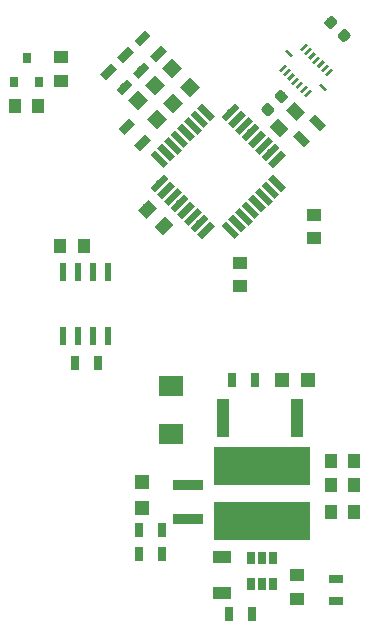
<source format=gtp>
G04 #@! TF.GenerationSoftware,KiCad,Pcbnew,5.0.1-33cea8e~68~ubuntu18.04.1*
G04 #@! TF.CreationDate,2019-02-12T00:11:03-05:00*
G04 #@! TF.ProjectId,IMU,494D552E6B696361645F706362000000,rev?*
G04 #@! TF.SameCoordinates,Original*
G04 #@! TF.FileFunction,Paste,Top*
G04 #@! TF.FilePolarity,Positive*
%FSLAX46Y46*%
G04 Gerber Fmt 4.6, Leading zero omitted, Abs format (unit mm)*
G04 Created by KiCad (PCBNEW 5.0.1-33cea8e~68~ubuntu18.04.1) date Tue 12 Feb 2019 12:11:03 AM EST*
%MOMM*%
%LPD*%
G01*
G04 APERTURE LIST*
%ADD10C,0.700000*%
%ADD11C,0.100000*%
%ADD12R,0.700000X1.300000*%
%ADD13R,8.200000X3.300000*%
%ADD14R,2.500000X0.900000*%
%ADD15R,1.200000X1.200000*%
%ADD16R,1.000000X3.200000*%
%ADD17R,1.000000X1.250000*%
%ADD18R,0.650000X1.060000*%
%ADD19R,1.600000X1.000000*%
%ADD20R,1.300000X0.700000*%
%ADD21R,1.250000X1.000000*%
%ADD22R,2.159000X1.778000*%
%ADD23C,1.000000*%
%ADD24C,0.875000*%
%ADD25C,1.200000*%
%ADD26R,0.600000X1.550000*%
%ADD27C,0.550000*%
%ADD28R,0.800000X0.900000*%
%ADD29C,0.250000*%
G04 APERTURE END LIST*
D10*
G04 #@! TO.C,R1*
X156517498Y-82709862D03*
D11*
G36*
X156305366Y-82002755D02*
X157224605Y-82921994D01*
X156729630Y-83416969D01*
X155810391Y-82497730D01*
X156305366Y-82002755D01*
X156305366Y-82002755D01*
G37*
D10*
X157861000Y-81366360D03*
D11*
G36*
X157648868Y-80659253D02*
X158568107Y-81578492D01*
X158073132Y-82073467D01*
X157153893Y-81154228D01*
X157648868Y-80659253D01*
X157648868Y-80659253D01*
G37*
G04 #@! TD*
D12*
G04 #@! TO.C,R2*
X144698560Y-115845880D03*
X142798560Y-115845880D03*
G04 #@! TD*
D13*
G04 #@! TO.C,L1*
X153210060Y-115084380D03*
X153210060Y-110384380D03*
G04 #@! TD*
D14*
G04 #@! TO.C,F1*
X146904060Y-111988380D03*
X146904060Y-114888380D03*
G04 #@! TD*
D15*
G04 #@! TO.C,D2*
X154924560Y-103145880D03*
X157124560Y-103145880D03*
G04 #@! TD*
D16*
G04 #@! TO.C,R9*
X149919560Y-106320880D03*
X156119560Y-106320880D03*
G04 #@! TD*
D17*
G04 #@! TO.C,C7*
X159004560Y-110003880D03*
X161004560Y-110003880D03*
G04 #@! TD*
D18*
G04 #@! TO.C,U2*
X154134660Y-118238380D03*
X153184660Y-118238380D03*
X152234660Y-118238380D03*
X152234660Y-120438380D03*
X154134660Y-120438380D03*
X153184660Y-120438380D03*
G04 #@! TD*
D19*
G04 #@! TO.C,C3*
X149844560Y-118155880D03*
X149844560Y-121155880D03*
G04 #@! TD*
D12*
G04 #@! TO.C,R12*
X150672560Y-103145880D03*
X152572560Y-103145880D03*
G04 #@! TD*
G04 #@! TO.C,R4*
X152318560Y-122957880D03*
X150418560Y-122957880D03*
G04 #@! TD*
D20*
G04 #@! TO.C,R5*
X159496560Y-121875880D03*
X159496560Y-119975880D03*
G04 #@! TD*
D17*
G04 #@! TO.C,C12*
X159004560Y-114321880D03*
X161004560Y-114321880D03*
G04 #@! TD*
G04 #@! TO.C,C11*
X159004560Y-112035880D03*
X161004560Y-112035880D03*
G04 #@! TD*
D21*
G04 #@! TO.C,C5*
X156194560Y-121671880D03*
X156194560Y-119671880D03*
G04 #@! TD*
D15*
G04 #@! TO.C,D1*
X143047720Y-113975240D03*
X143047720Y-111775240D03*
G04 #@! TD*
D22*
G04 #@! TO.C,D7*
X145526560Y-103653880D03*
X145526560Y-107717880D03*
G04 #@! TD*
D12*
G04 #@! TO.C,R3*
X144698560Y-117877880D03*
X142798560Y-117877880D03*
G04 #@! TD*
D23*
G04 #@! TO.C,C1*
X144882587Y-90079547D03*
D11*
G36*
X144087092Y-90167935D02*
X144970975Y-89284052D01*
X145678082Y-89991159D01*
X144794199Y-90875042D01*
X144087092Y-90167935D01*
X144087092Y-90167935D01*
G37*
D23*
X143468373Y-88665333D03*
D11*
G36*
X142672878Y-88753721D02*
X143556761Y-87869838D01*
X144263868Y-88576945D01*
X143379985Y-89460828D01*
X142672878Y-88753721D01*
X142672878Y-88753721D01*
G37*
G04 #@! TD*
D23*
G04 #@! TO.C,C2*
X154605286Y-81782354D03*
D11*
G36*
X154693674Y-82577849D02*
X153809791Y-81693966D01*
X154516898Y-80986859D01*
X155400781Y-81870742D01*
X154693674Y-82577849D01*
X154693674Y-82577849D01*
G37*
D23*
X156019500Y-80368140D03*
D11*
G36*
X156107888Y-81163635D02*
X155224005Y-80279752D01*
X155931112Y-79572645D01*
X156814995Y-80456528D01*
X156107888Y-81163635D01*
X156107888Y-81163635D01*
G37*
G04 #@! TD*
D17*
G04 #@! TO.C,C4*
X136078720Y-91790520D03*
X138078720Y-91790520D03*
G04 #@! TD*
D21*
G04 #@! TO.C,C6*
X157586680Y-91124280D03*
X157586680Y-89124280D03*
G04 #@! TD*
G04 #@! TO.C,C8*
X151312880Y-95213680D03*
X151312880Y-93213680D03*
G04 #@! TD*
D17*
G04 #@! TO.C,C9*
X132253363Y-79930457D03*
X134253363Y-79930457D03*
G04 #@! TD*
D21*
G04 #@! TO.C,C10*
X136138803Y-77825817D03*
X136138803Y-75825817D03*
G04 #@! TD*
D11*
G04 #@! TO.C,C13*
G36*
X159069151Y-72300660D02*
X159090386Y-72303810D01*
X159111210Y-72309026D01*
X159131422Y-72316258D01*
X159150828Y-72325437D01*
X159169241Y-72336473D01*
X159186484Y-72349261D01*
X159202390Y-72363677D01*
X159511749Y-72673036D01*
X159526165Y-72688942D01*
X159538953Y-72706185D01*
X159549989Y-72724598D01*
X159559168Y-72744004D01*
X159566400Y-72764216D01*
X159571616Y-72785040D01*
X159574766Y-72806275D01*
X159575819Y-72827716D01*
X159574766Y-72849157D01*
X159571616Y-72870392D01*
X159566400Y-72891216D01*
X159559168Y-72911428D01*
X159549989Y-72930834D01*
X159538953Y-72949247D01*
X159526165Y-72966490D01*
X159511749Y-72982396D01*
X159149356Y-73344789D01*
X159133450Y-73359205D01*
X159116207Y-73371993D01*
X159097794Y-73383029D01*
X159078388Y-73392208D01*
X159058176Y-73399440D01*
X159037352Y-73404656D01*
X159016117Y-73407806D01*
X158994676Y-73408859D01*
X158973235Y-73407806D01*
X158952000Y-73404656D01*
X158931176Y-73399440D01*
X158910964Y-73392208D01*
X158891558Y-73383029D01*
X158873145Y-73371993D01*
X158855902Y-73359205D01*
X158839996Y-73344789D01*
X158530637Y-73035430D01*
X158516221Y-73019524D01*
X158503433Y-73002281D01*
X158492397Y-72983868D01*
X158483218Y-72964462D01*
X158475986Y-72944250D01*
X158470770Y-72923426D01*
X158467620Y-72902191D01*
X158466567Y-72880750D01*
X158467620Y-72859309D01*
X158470770Y-72838074D01*
X158475986Y-72817250D01*
X158483218Y-72797038D01*
X158492397Y-72777632D01*
X158503433Y-72759219D01*
X158516221Y-72741976D01*
X158530637Y-72726070D01*
X158893030Y-72363677D01*
X158908936Y-72349261D01*
X158926179Y-72336473D01*
X158944592Y-72325437D01*
X158963998Y-72316258D01*
X158984210Y-72309026D01*
X159005034Y-72303810D01*
X159026269Y-72300660D01*
X159047710Y-72299607D01*
X159069151Y-72300660D01*
X159069151Y-72300660D01*
G37*
D24*
X159021193Y-72854233D03*
D11*
G36*
X160182845Y-73414354D02*
X160204080Y-73417504D01*
X160224904Y-73422720D01*
X160245116Y-73429952D01*
X160264522Y-73439131D01*
X160282935Y-73450167D01*
X160300178Y-73462955D01*
X160316084Y-73477371D01*
X160625443Y-73786730D01*
X160639859Y-73802636D01*
X160652647Y-73819879D01*
X160663683Y-73838292D01*
X160672862Y-73857698D01*
X160680094Y-73877910D01*
X160685310Y-73898734D01*
X160688460Y-73919969D01*
X160689513Y-73941410D01*
X160688460Y-73962851D01*
X160685310Y-73984086D01*
X160680094Y-74004910D01*
X160672862Y-74025122D01*
X160663683Y-74044528D01*
X160652647Y-74062941D01*
X160639859Y-74080184D01*
X160625443Y-74096090D01*
X160263050Y-74458483D01*
X160247144Y-74472899D01*
X160229901Y-74485687D01*
X160211488Y-74496723D01*
X160192082Y-74505902D01*
X160171870Y-74513134D01*
X160151046Y-74518350D01*
X160129811Y-74521500D01*
X160108370Y-74522553D01*
X160086929Y-74521500D01*
X160065694Y-74518350D01*
X160044870Y-74513134D01*
X160024658Y-74505902D01*
X160005252Y-74496723D01*
X159986839Y-74485687D01*
X159969596Y-74472899D01*
X159953690Y-74458483D01*
X159644331Y-74149124D01*
X159629915Y-74133218D01*
X159617127Y-74115975D01*
X159606091Y-74097562D01*
X159596912Y-74078156D01*
X159589680Y-74057944D01*
X159584464Y-74037120D01*
X159581314Y-74015885D01*
X159580261Y-73994444D01*
X159581314Y-73973003D01*
X159584464Y-73951768D01*
X159589680Y-73930944D01*
X159596912Y-73910732D01*
X159606091Y-73891326D01*
X159617127Y-73872913D01*
X159629915Y-73855670D01*
X159644331Y-73839764D01*
X160006724Y-73477371D01*
X160022630Y-73462955D01*
X160039873Y-73450167D01*
X160058286Y-73439131D01*
X160077692Y-73429952D01*
X160097904Y-73422720D01*
X160118728Y-73417504D01*
X160139963Y-73414354D01*
X160161404Y-73413301D01*
X160182845Y-73414354D01*
X160182845Y-73414354D01*
G37*
D24*
X160134887Y-73967927D03*
G04 #@! TD*
D11*
G04 #@! TO.C,C14*
G36*
X154805384Y-78567427D02*
X154826619Y-78570577D01*
X154847443Y-78575793D01*
X154867655Y-78583025D01*
X154887061Y-78592204D01*
X154905474Y-78603240D01*
X154922717Y-78616028D01*
X154938623Y-78630444D01*
X155301016Y-78992837D01*
X155315432Y-79008743D01*
X155328220Y-79025986D01*
X155339256Y-79044399D01*
X155348435Y-79063805D01*
X155355667Y-79084017D01*
X155360883Y-79104841D01*
X155364033Y-79126076D01*
X155365086Y-79147517D01*
X155364033Y-79168958D01*
X155360883Y-79190193D01*
X155355667Y-79211017D01*
X155348435Y-79231229D01*
X155339256Y-79250635D01*
X155328220Y-79269048D01*
X155315432Y-79286291D01*
X155301016Y-79302197D01*
X154991657Y-79611556D01*
X154975751Y-79625972D01*
X154958508Y-79638760D01*
X154940095Y-79649796D01*
X154920689Y-79658975D01*
X154900477Y-79666207D01*
X154879653Y-79671423D01*
X154858418Y-79674573D01*
X154836977Y-79675626D01*
X154815536Y-79674573D01*
X154794301Y-79671423D01*
X154773477Y-79666207D01*
X154753265Y-79658975D01*
X154733859Y-79649796D01*
X154715446Y-79638760D01*
X154698203Y-79625972D01*
X154682297Y-79611556D01*
X154319904Y-79249163D01*
X154305488Y-79233257D01*
X154292700Y-79216014D01*
X154281664Y-79197601D01*
X154272485Y-79178195D01*
X154265253Y-79157983D01*
X154260037Y-79137159D01*
X154256887Y-79115924D01*
X154255834Y-79094483D01*
X154256887Y-79073042D01*
X154260037Y-79051807D01*
X154265253Y-79030983D01*
X154272485Y-79010771D01*
X154281664Y-78991365D01*
X154292700Y-78972952D01*
X154305488Y-78955709D01*
X154319904Y-78939803D01*
X154629263Y-78630444D01*
X154645169Y-78616028D01*
X154662412Y-78603240D01*
X154680825Y-78592204D01*
X154700231Y-78583025D01*
X154720443Y-78575793D01*
X154741267Y-78570577D01*
X154762502Y-78567427D01*
X154783943Y-78566374D01*
X154805384Y-78567427D01*
X154805384Y-78567427D01*
G37*
D24*
X154810460Y-79121000D03*
D11*
G36*
X153691690Y-79681121D02*
X153712925Y-79684271D01*
X153733749Y-79689487D01*
X153753961Y-79696719D01*
X153773367Y-79705898D01*
X153791780Y-79716934D01*
X153809023Y-79729722D01*
X153824929Y-79744138D01*
X154187322Y-80106531D01*
X154201738Y-80122437D01*
X154214526Y-80139680D01*
X154225562Y-80158093D01*
X154234741Y-80177499D01*
X154241973Y-80197711D01*
X154247189Y-80218535D01*
X154250339Y-80239770D01*
X154251392Y-80261211D01*
X154250339Y-80282652D01*
X154247189Y-80303887D01*
X154241973Y-80324711D01*
X154234741Y-80344923D01*
X154225562Y-80364329D01*
X154214526Y-80382742D01*
X154201738Y-80399985D01*
X154187322Y-80415891D01*
X153877963Y-80725250D01*
X153862057Y-80739666D01*
X153844814Y-80752454D01*
X153826401Y-80763490D01*
X153806995Y-80772669D01*
X153786783Y-80779901D01*
X153765959Y-80785117D01*
X153744724Y-80788267D01*
X153723283Y-80789320D01*
X153701842Y-80788267D01*
X153680607Y-80785117D01*
X153659783Y-80779901D01*
X153639571Y-80772669D01*
X153620165Y-80763490D01*
X153601752Y-80752454D01*
X153584509Y-80739666D01*
X153568603Y-80725250D01*
X153206210Y-80362857D01*
X153191794Y-80346951D01*
X153179006Y-80329708D01*
X153167970Y-80311295D01*
X153158791Y-80291889D01*
X153151559Y-80271677D01*
X153146343Y-80250853D01*
X153143193Y-80229618D01*
X153142140Y-80208177D01*
X153143193Y-80186736D01*
X153146343Y-80165501D01*
X153151559Y-80144677D01*
X153158791Y-80124465D01*
X153167970Y-80105059D01*
X153179006Y-80086646D01*
X153191794Y-80069403D01*
X153206210Y-80053497D01*
X153515569Y-79744138D01*
X153531475Y-79729722D01*
X153548718Y-79716934D01*
X153567131Y-79705898D01*
X153586537Y-79696719D01*
X153606749Y-79689487D01*
X153627573Y-79684271D01*
X153648808Y-79681121D01*
X153670249Y-79680068D01*
X153691690Y-79681121D01*
X153691690Y-79681121D01*
G37*
D24*
X153696766Y-80234694D03*
G04 #@! TD*
D25*
G04 #@! TO.C,D3*
X145549043Y-76755683D03*
D11*
G36*
X146397571Y-76755683D02*
X145549043Y-77604211D01*
X144700515Y-76755683D01*
X145549043Y-75907155D01*
X146397571Y-76755683D01*
X146397571Y-76755683D01*
G37*
D25*
X147104677Y-78311317D03*
D11*
G36*
X147953205Y-78311317D02*
X147104677Y-79159845D01*
X146256149Y-78311317D01*
X147104677Y-77462789D01*
X147953205Y-78311317D01*
X147953205Y-78311317D01*
G37*
G04 #@! TD*
D25*
G04 #@! TO.C,D4*
X145677774Y-79673334D03*
D11*
G36*
X146526302Y-79673334D02*
X145677774Y-80521862D01*
X144829246Y-79673334D01*
X145677774Y-78824806D01*
X146526302Y-79673334D01*
X146526302Y-79673334D01*
G37*
D25*
X144122140Y-78117700D03*
D11*
G36*
X144970668Y-78117700D02*
X144122140Y-78966228D01*
X143273612Y-78117700D01*
X144122140Y-77269172D01*
X144970668Y-78117700D01*
X144970668Y-78117700D01*
G37*
G04 #@! TD*
D25*
G04 #@! TO.C,D5*
X142723986Y-79465286D03*
D11*
G36*
X143572514Y-79465286D02*
X142723986Y-80313814D01*
X141875458Y-79465286D01*
X142723986Y-78616758D01*
X143572514Y-79465286D01*
X143572514Y-79465286D01*
G37*
D25*
X144279620Y-81020920D03*
D11*
G36*
X145128148Y-81020920D02*
X144279620Y-81869448D01*
X143431092Y-81020920D01*
X144279620Y-80172392D01*
X145128148Y-81020920D01*
X145128148Y-81020920D01*
G37*
G04 #@! TD*
D12*
G04 #@! TO.C,R7*
X139288560Y-101716840D03*
X137388560Y-101716840D03*
G04 #@! TD*
D10*
G04 #@! TO.C,R8*
X141756209Y-81664889D03*
D11*
G36*
X141049102Y-81877021D02*
X141968341Y-80957782D01*
X142463316Y-81452757D01*
X141544077Y-82371996D01*
X141049102Y-81877021D01*
X141049102Y-81877021D01*
G37*
D10*
X143099711Y-83008391D03*
D11*
G36*
X142392604Y-83220523D02*
X143311843Y-82301284D01*
X143806818Y-82796259D01*
X142887579Y-83715498D01*
X142392604Y-83220523D01*
X142392604Y-83220523D01*
G37*
G04 #@! TD*
D26*
G04 #@! TO.C,U1*
X140167360Y-94007960D03*
X138897360Y-94007960D03*
X137627360Y-94007960D03*
X136357360Y-94007960D03*
X136357360Y-99407960D03*
X137627360Y-99407960D03*
X138897360Y-99407960D03*
X140167360Y-99407960D03*
G04 #@! TD*
D27*
G04 #@! TO.C,U5*
X144494434Y-84423225D03*
D11*
G36*
X145254574Y-84794456D02*
X144865665Y-85183365D01*
X143734294Y-84051994D01*
X144123203Y-83663085D01*
X145254574Y-84794456D01*
X145254574Y-84794456D01*
G37*
D27*
X145060120Y-83857540D03*
D11*
G36*
X145820260Y-84228771D02*
X145431351Y-84617680D01*
X144299980Y-83486309D01*
X144688889Y-83097400D01*
X145820260Y-84228771D01*
X145820260Y-84228771D01*
G37*
D27*
X145625805Y-83291854D03*
D11*
G36*
X146385945Y-83663085D02*
X145997036Y-84051994D01*
X144865665Y-82920623D01*
X145254574Y-82531714D01*
X146385945Y-83663085D01*
X146385945Y-83663085D01*
G37*
D27*
X146191490Y-82726169D03*
D11*
G36*
X146951630Y-83097400D02*
X146562721Y-83486309D01*
X145431350Y-82354938D01*
X145820259Y-81966029D01*
X146951630Y-83097400D01*
X146951630Y-83097400D01*
G37*
D27*
X146757176Y-82160483D03*
D11*
G36*
X147517316Y-82531714D02*
X147128407Y-82920623D01*
X145997036Y-81789252D01*
X146385945Y-81400343D01*
X147517316Y-82531714D01*
X147517316Y-82531714D01*
G37*
D27*
X147322861Y-81594798D03*
D11*
G36*
X148083001Y-81966029D02*
X147694092Y-82354938D01*
X146562721Y-81223567D01*
X146951630Y-80834658D01*
X148083001Y-81966029D01*
X148083001Y-81966029D01*
G37*
D27*
X147888547Y-81029113D03*
D11*
G36*
X148648687Y-81400344D02*
X148259778Y-81789253D01*
X147128407Y-80657882D01*
X147517316Y-80268973D01*
X148648687Y-81400344D01*
X148648687Y-81400344D01*
G37*
D27*
X148454232Y-80463427D03*
D11*
G36*
X149214372Y-80834658D02*
X148825463Y-81223567D01*
X147694092Y-80092196D01*
X148083001Y-79703287D01*
X149214372Y-80834658D01*
X149214372Y-80834658D01*
G37*
D27*
X150504842Y-80463427D03*
D11*
G36*
X150133611Y-81223567D02*
X149744702Y-80834658D01*
X150876073Y-79703287D01*
X151264982Y-80092196D01*
X150133611Y-81223567D01*
X150133611Y-81223567D01*
G37*
D27*
X151070527Y-81029113D03*
D11*
G36*
X150699296Y-81789253D02*
X150310387Y-81400344D01*
X151441758Y-80268973D01*
X151830667Y-80657882D01*
X150699296Y-81789253D01*
X150699296Y-81789253D01*
G37*
D27*
X151636213Y-81594798D03*
D11*
G36*
X151264982Y-82354938D02*
X150876073Y-81966029D01*
X152007444Y-80834658D01*
X152396353Y-81223567D01*
X151264982Y-82354938D01*
X151264982Y-82354938D01*
G37*
D27*
X152201898Y-82160483D03*
D11*
G36*
X151830667Y-82920623D02*
X151441758Y-82531714D01*
X152573129Y-81400343D01*
X152962038Y-81789252D01*
X151830667Y-82920623D01*
X151830667Y-82920623D01*
G37*
D27*
X152767584Y-82726169D03*
D11*
G36*
X152396353Y-83486309D02*
X152007444Y-83097400D01*
X153138815Y-81966029D01*
X153527724Y-82354938D01*
X152396353Y-83486309D01*
X152396353Y-83486309D01*
G37*
D27*
X153333269Y-83291854D03*
D11*
G36*
X152962038Y-84051994D02*
X152573129Y-83663085D01*
X153704500Y-82531714D01*
X154093409Y-82920623D01*
X152962038Y-84051994D01*
X152962038Y-84051994D01*
G37*
D27*
X153898954Y-83857540D03*
D11*
G36*
X153527723Y-84617680D02*
X153138814Y-84228771D01*
X154270185Y-83097400D01*
X154659094Y-83486309D01*
X153527723Y-84617680D01*
X153527723Y-84617680D01*
G37*
D27*
X154464640Y-84423225D03*
D11*
G36*
X154093409Y-85183365D02*
X153704500Y-84794456D01*
X154835871Y-83663085D01*
X155224780Y-84051994D01*
X154093409Y-85183365D01*
X154093409Y-85183365D01*
G37*
D27*
X154464640Y-86473835D03*
D11*
G36*
X155224780Y-86845066D02*
X154835871Y-87233975D01*
X153704500Y-86102604D01*
X154093409Y-85713695D01*
X155224780Y-86845066D01*
X155224780Y-86845066D01*
G37*
D27*
X153898954Y-87039520D03*
D11*
G36*
X154659094Y-87410751D02*
X154270185Y-87799660D01*
X153138814Y-86668289D01*
X153527723Y-86279380D01*
X154659094Y-87410751D01*
X154659094Y-87410751D01*
G37*
D27*
X153333269Y-87605206D03*
D11*
G36*
X154093409Y-87976437D02*
X153704500Y-88365346D01*
X152573129Y-87233975D01*
X152962038Y-86845066D01*
X154093409Y-87976437D01*
X154093409Y-87976437D01*
G37*
D27*
X152767584Y-88170891D03*
D11*
G36*
X153527724Y-88542122D02*
X153138815Y-88931031D01*
X152007444Y-87799660D01*
X152396353Y-87410751D01*
X153527724Y-88542122D01*
X153527724Y-88542122D01*
G37*
D27*
X152201898Y-88736577D03*
D11*
G36*
X152962038Y-89107808D02*
X152573129Y-89496717D01*
X151441758Y-88365346D01*
X151830667Y-87976437D01*
X152962038Y-89107808D01*
X152962038Y-89107808D01*
G37*
D27*
X151636213Y-89302262D03*
D11*
G36*
X152396353Y-89673493D02*
X152007444Y-90062402D01*
X150876073Y-88931031D01*
X151264982Y-88542122D01*
X152396353Y-89673493D01*
X152396353Y-89673493D01*
G37*
D27*
X151070527Y-89867947D03*
D11*
G36*
X151830667Y-90239178D02*
X151441758Y-90628087D01*
X150310387Y-89496716D01*
X150699296Y-89107807D01*
X151830667Y-90239178D01*
X151830667Y-90239178D01*
G37*
D27*
X150504842Y-90433633D03*
D11*
G36*
X151264982Y-90804864D02*
X150876073Y-91193773D01*
X149744702Y-90062402D01*
X150133611Y-89673493D01*
X151264982Y-90804864D01*
X151264982Y-90804864D01*
G37*
D27*
X148454232Y-90433633D03*
D11*
G36*
X148083001Y-91193773D02*
X147694092Y-90804864D01*
X148825463Y-89673493D01*
X149214372Y-90062402D01*
X148083001Y-91193773D01*
X148083001Y-91193773D01*
G37*
D27*
X147888547Y-89867947D03*
D11*
G36*
X147517316Y-90628087D02*
X147128407Y-90239178D01*
X148259778Y-89107807D01*
X148648687Y-89496716D01*
X147517316Y-90628087D01*
X147517316Y-90628087D01*
G37*
D27*
X147322861Y-89302262D03*
D11*
G36*
X146951630Y-90062402D02*
X146562721Y-89673493D01*
X147694092Y-88542122D01*
X148083001Y-88931031D01*
X146951630Y-90062402D01*
X146951630Y-90062402D01*
G37*
D27*
X146757176Y-88736577D03*
D11*
G36*
X146385945Y-89496717D02*
X145997036Y-89107808D01*
X147128407Y-87976437D01*
X147517316Y-88365346D01*
X146385945Y-89496717D01*
X146385945Y-89496717D01*
G37*
D27*
X146191490Y-88170891D03*
D11*
G36*
X145820259Y-88931031D02*
X145431350Y-88542122D01*
X146562721Y-87410751D01*
X146951630Y-87799660D01*
X145820259Y-88931031D01*
X145820259Y-88931031D01*
G37*
D27*
X145625805Y-87605206D03*
D11*
G36*
X145254574Y-88365346D02*
X144865665Y-87976437D01*
X145997036Y-86845066D01*
X146385945Y-87233975D01*
X145254574Y-88365346D01*
X145254574Y-88365346D01*
G37*
D27*
X145060120Y-87039520D03*
D11*
G36*
X144688889Y-87799660D02*
X144299980Y-87410751D01*
X145431351Y-86279380D01*
X145820260Y-86668289D01*
X144688889Y-87799660D01*
X144688889Y-87799660D01*
G37*
D27*
X144494434Y-86473835D03*
D11*
G36*
X144123203Y-87233975D02*
X143734294Y-86845066D01*
X144865665Y-85713695D01*
X145254574Y-86102604D01*
X144123203Y-87233975D01*
X144123203Y-87233975D01*
G37*
G04 #@! TD*
D28*
G04 #@! TO.C,U3*
X134318603Y-77881697D03*
X132218603Y-77881697D03*
X133268603Y-75881697D03*
G04 #@! TD*
D29*
G04 #@! TO.C,U4*
X158328240Y-78330940D03*
D11*
G36*
X158487339Y-78666816D02*
X157992364Y-78171841D01*
X158169141Y-77995064D01*
X158664116Y-78490039D01*
X158487339Y-78666816D01*
X158487339Y-78666816D01*
G37*
D29*
X155478600Y-75481300D03*
D11*
G36*
X155319501Y-75145424D02*
X155814476Y-75640399D01*
X155637699Y-75817176D01*
X155142724Y-75322201D01*
X155319501Y-75145424D01*
X155319501Y-75145424D01*
G37*
D29*
X156733714Y-74954505D03*
D11*
G36*
X157069590Y-74795406D02*
X156574615Y-75290381D01*
X156397838Y-75113604D01*
X156892813Y-74618629D01*
X157069590Y-74795406D01*
X157069590Y-74795406D01*
G37*
D29*
X157087268Y-75308059D03*
D11*
G36*
X157423144Y-75148960D02*
X156928169Y-75643935D01*
X156751392Y-75467158D01*
X157246367Y-74972183D01*
X157423144Y-75148960D01*
X157423144Y-75148960D01*
G37*
D29*
X157440821Y-75661612D03*
D11*
G36*
X157776697Y-75502513D02*
X157281722Y-75997488D01*
X157104945Y-75820711D01*
X157599920Y-75325736D01*
X157776697Y-75502513D01*
X157776697Y-75502513D01*
G37*
D29*
X157794375Y-76015165D03*
D11*
G36*
X158130251Y-75856066D02*
X157635276Y-76351041D01*
X157458499Y-76174264D01*
X157953474Y-75679289D01*
X158130251Y-75856066D01*
X158130251Y-75856066D01*
G37*
D29*
X158147928Y-76368719D03*
D11*
G36*
X158483804Y-76209620D02*
X157988829Y-76704595D01*
X157812052Y-76527818D01*
X158307027Y-76032843D01*
X158483804Y-76209620D01*
X158483804Y-76209620D01*
G37*
D29*
X158501481Y-76722272D03*
D11*
G36*
X158837357Y-76563173D02*
X158342382Y-77058148D01*
X158165605Y-76881371D01*
X158660580Y-76386396D01*
X158837357Y-76563173D01*
X158837357Y-76563173D01*
G37*
D29*
X158855035Y-77075826D03*
D11*
G36*
X159190911Y-76916727D02*
X158695936Y-77411702D01*
X158519159Y-77234925D01*
X159014134Y-76739950D01*
X159190911Y-76916727D01*
X159190911Y-76916727D01*
G37*
D29*
X154951805Y-76736414D03*
D11*
G36*
X155287681Y-76577315D02*
X154792706Y-77072290D01*
X154615929Y-76895513D01*
X155110904Y-76400538D01*
X155287681Y-76577315D01*
X155287681Y-76577315D01*
G37*
D29*
X155305359Y-77089968D03*
D11*
G36*
X155641235Y-76930869D02*
X155146260Y-77425844D01*
X154969483Y-77249067D01*
X155464458Y-76754092D01*
X155641235Y-76930869D01*
X155641235Y-76930869D01*
G37*
D29*
X155658912Y-77443521D03*
D11*
G36*
X155994788Y-77284422D02*
X155499813Y-77779397D01*
X155323036Y-77602620D01*
X155818011Y-77107645D01*
X155994788Y-77284422D01*
X155994788Y-77284422D01*
G37*
D29*
X156012465Y-77797075D03*
D11*
G36*
X156348341Y-77637976D02*
X155853366Y-78132951D01*
X155676589Y-77956174D01*
X156171564Y-77461199D01*
X156348341Y-77637976D01*
X156348341Y-77637976D01*
G37*
D29*
X156366019Y-78150628D03*
D11*
G36*
X156701895Y-77991529D02*
X156206920Y-78486504D01*
X156030143Y-78309727D01*
X156525118Y-77814752D01*
X156701895Y-77991529D01*
X156701895Y-77991529D01*
G37*
D29*
X156719572Y-78504181D03*
D11*
G36*
X157055448Y-78345082D02*
X156560473Y-78840057D01*
X156383696Y-78663280D01*
X156878671Y-78168305D01*
X157055448Y-78345082D01*
X157055448Y-78345082D01*
G37*
D29*
X157073126Y-78857735D03*
D11*
G36*
X157409002Y-78698636D02*
X156914027Y-79193611D01*
X156737250Y-79016834D01*
X157232225Y-78521859D01*
X157409002Y-78698636D01*
X157409002Y-78698636D01*
G37*
G04 #@! TD*
D10*
G04 #@! TO.C,PC7*
X144454880Y-75524360D03*
D11*
G36*
X145161987Y-75312228D02*
X144242748Y-76231467D01*
X143747773Y-75736492D01*
X144667012Y-74817253D01*
X145161987Y-75312228D01*
X145161987Y-75312228D01*
G37*
D10*
X143111378Y-74180858D03*
D11*
G36*
X143818485Y-73968726D02*
X142899246Y-74887965D01*
X142404271Y-74392990D01*
X143323510Y-73473751D01*
X143818485Y-73968726D01*
X143818485Y-73968726D01*
G37*
G04 #@! TD*
D10*
G04 #@! TO.C,PB5*
X141613969Y-75579049D03*
D11*
G36*
X142321076Y-75366917D02*
X141401837Y-76286156D01*
X140906862Y-75791181D01*
X141826101Y-74871942D01*
X142321076Y-75366917D01*
X142321076Y-75366917D01*
G37*
D10*
X142957471Y-76922551D03*
D11*
G36*
X143664578Y-76710419D02*
X142745339Y-77629658D01*
X142250364Y-77134683D01*
X143169603Y-76215444D01*
X143664578Y-76710419D01*
X143664578Y-76710419D01*
G37*
G04 #@! TD*
D10*
G04 #@! TO.C,PB6*
X141540151Y-78334791D03*
D11*
G36*
X142247258Y-78122659D02*
X141328019Y-79041898D01*
X140833044Y-78546923D01*
X141752283Y-77627684D01*
X142247258Y-78122659D01*
X142247258Y-78122659D01*
G37*
D10*
X140196649Y-76991289D03*
D11*
G36*
X140903756Y-76779157D02*
X139984517Y-77698396D01*
X139489542Y-77203421D01*
X140408781Y-76284182D01*
X140903756Y-76779157D01*
X140903756Y-76779157D01*
G37*
G04 #@! TD*
M02*

</source>
